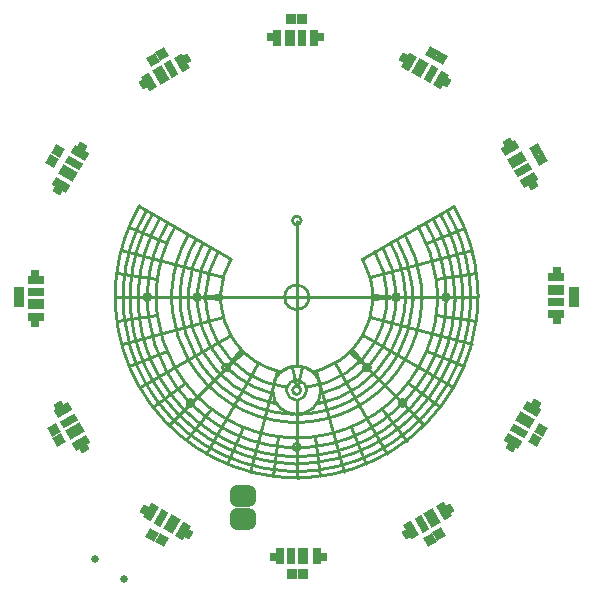
<source format=gts>
G04*
G04 #@! TF.GenerationSoftware,Altium Limited,Altium Designer,21.8.1 (53)*
G04*
G04 Layer_Color=8388736*
%FSLAX25Y25*%
%MOIN*%
G70*
G04*
G04 #@! TF.SameCoordinates,BB14BC4D-F75F-4C2B-B3D6-E291CF296C5C*
G04*
G04*
G04 #@! TF.FilePolarity,Negative*
G04*
G01*
G75*
%ADD11C,0.01000*%
G04:AMPARAMS|DCode=42|XSize=33.59mil|YSize=33.2mil|CornerRadius=0mil|HoleSize=0mil|Usage=FLASHONLY|Rotation=330.000|XOffset=0mil|YOffset=0mil|HoleType=Round|Shape=Rectangle|*
%AMROTATEDRECTD42*
4,1,4,-0.02284,-0.00598,-0.00625,0.02277,0.02284,0.00598,0.00625,-0.02277,-0.02284,-0.00598,0.0*
%
%ADD42ROTATEDRECTD42*%

%ADD43R,0.02965X0.05524*%
%ADD44R,0.03556X0.05524*%
%ADD45R,0.02572X0.05524*%
%ADD46R,0.02572X0.02965*%
G04:AMPARAMS|DCode=47|XSize=55.24mil|YSize=29.65mil|CornerRadius=0mil|HoleSize=0mil|Usage=FLASHONLY|Rotation=60.000|XOffset=0mil|YOffset=0mil|HoleType=Round|Shape=Rectangle|*
%AMROTATEDRECTD47*
4,1,4,-0.00097,-0.03134,-0.02665,-0.01651,0.00097,0.03134,0.02665,0.01651,-0.00097,-0.03134,0.0*
%
%ADD47ROTATEDRECTD47*%

%ADD48R,0.03359X0.03320*%
G04:AMPARAMS|DCode=49|XSize=33.59mil|YSize=33.2mil|CornerRadius=0mil|HoleSize=0mil|Usage=FLASHONLY|Rotation=210.000|XOffset=0mil|YOffset=0mil|HoleType=Round|Shape=Rectangle|*
%AMROTATEDRECTD49*
4,1,4,0.00625,0.02277,0.02284,-0.00598,-0.00625,-0.02277,-0.02284,0.00598,0.00625,0.02277,0.0*
%
%ADD49ROTATEDRECTD49*%

G04:AMPARAMS|DCode=50|XSize=33.59mil|YSize=33.2mil|CornerRadius=0mil|HoleSize=0mil|Usage=FLASHONLY|Rotation=300.000|XOffset=0mil|YOffset=0mil|HoleType=Round|Shape=Rectangle|*
%AMROTATEDRECTD50*
4,1,4,-0.02277,0.00625,0.00598,0.02284,0.02277,-0.00625,-0.00598,-0.02284,-0.02277,0.00625,0.0*
%
%ADD50ROTATEDRECTD50*%

%ADD51R,0.03320X0.03359*%
G04:AMPARAMS|DCode=52|XSize=33.59mil|YSize=33.2mil|CornerRadius=0mil|HoleSize=0mil|Usage=FLASHONLY|Rotation=240.000|XOffset=0mil|YOffset=0mil|HoleType=Round|Shape=Rectangle|*
%AMROTATEDRECTD52*
4,1,4,-0.00598,0.02284,0.02277,0.00625,0.00598,-0.02284,-0.02277,-0.00625,-0.00598,0.02284,0.0*
%
%ADD52ROTATEDRECTD52*%

G04:AMPARAMS|DCode=53|XSize=55.24mil|YSize=35.56mil|CornerRadius=0mil|HoleSize=0mil|Usage=FLASHONLY|Rotation=240.000|XOffset=0mil|YOffset=0mil|HoleType=Round|Shape=Rectangle|*
%AMROTATEDRECTD53*
4,1,4,-0.00159,0.03281,0.02921,0.01503,0.00159,-0.03281,-0.02921,-0.01503,-0.00159,0.03281,0.0*
%
%ADD53ROTATEDRECTD53*%

G04:AMPARAMS|DCode=54|XSize=55.24mil|YSize=25.72mil|CornerRadius=0mil|HoleSize=0mil|Usage=FLASHONLY|Rotation=240.000|XOffset=0mil|YOffset=0mil|HoleType=Round|Shape=Rectangle|*
%AMROTATEDRECTD54*
4,1,4,0.00267,0.03035,0.02495,0.01749,-0.00267,-0.03035,-0.02495,-0.01749,0.00267,0.03035,0.0*
%
%ADD54ROTATEDRECTD54*%

G04:AMPARAMS|DCode=55|XSize=29.65mil|YSize=25.72mil|CornerRadius=0mil|HoleSize=0mil|Usage=FLASHONLY|Rotation=240.000|XOffset=0mil|YOffset=0mil|HoleType=Round|Shape=Rectangle|*
%AMROTATEDRECTD55*
4,1,4,-0.00372,0.01927,0.01855,0.00641,0.00372,-0.01927,-0.01855,-0.00641,-0.00372,0.01927,0.0*
%
%ADD55ROTATEDRECTD55*%

G04:AMPARAMS|DCode=56|XSize=55.24mil|YSize=29.65mil|CornerRadius=0mil|HoleSize=0mil|Usage=FLASHONLY|Rotation=210.000|XOffset=0mil|YOffset=0mil|HoleType=Round|Shape=Rectangle|*
%AMROTATEDRECTD56*
4,1,4,0.01651,0.02665,0.03134,0.00097,-0.01651,-0.02665,-0.03134,-0.00097,0.01651,0.02665,0.0*
%
%ADD56ROTATEDRECTD56*%

G04:AMPARAMS|DCode=57|XSize=55.24mil|YSize=35.56mil|CornerRadius=0mil|HoleSize=0mil|Usage=FLASHONLY|Rotation=210.000|XOffset=0mil|YOffset=0mil|HoleType=Round|Shape=Rectangle|*
%AMROTATEDRECTD57*
4,1,4,0.01503,0.02921,0.03281,-0.00159,-0.01503,-0.02921,-0.03281,0.00159,0.01503,0.02921,0.0*
%
%ADD57ROTATEDRECTD57*%

G04:AMPARAMS|DCode=58|XSize=55.24mil|YSize=25.72mil|CornerRadius=0mil|HoleSize=0mil|Usage=FLASHONLY|Rotation=210.000|XOffset=0mil|YOffset=0mil|HoleType=Round|Shape=Rectangle|*
%AMROTATEDRECTD58*
4,1,4,0.01749,0.02495,0.03035,0.00267,-0.01749,-0.02495,-0.03035,-0.00267,0.01749,0.02495,0.0*
%
%ADD58ROTATEDRECTD58*%

G04:AMPARAMS|DCode=59|XSize=29.65mil|YSize=25.72mil|CornerRadius=0mil|HoleSize=0mil|Usage=FLASHONLY|Rotation=210.000|XOffset=0mil|YOffset=0mil|HoleType=Round|Shape=Rectangle|*
%AMROTATEDRECTD59*
4,1,4,0.00641,0.01855,0.01927,-0.00372,-0.00641,-0.01855,-0.01927,0.00372,0.00641,0.01855,0.0*
%
%ADD59ROTATEDRECTD59*%

%ADD60R,0.05524X0.02965*%
%ADD61R,0.05524X0.03556*%
%ADD62R,0.05524X0.02572*%
%ADD63R,0.02965X0.02572*%
G04:AMPARAMS|DCode=64|XSize=55.24mil|YSize=29.65mil|CornerRadius=0mil|HoleSize=0mil|Usage=FLASHONLY|Rotation=150.000|XOffset=0mil|YOffset=0mil|HoleType=Round|Shape=Rectangle|*
%AMROTATEDRECTD64*
4,1,4,0.03134,-0.00097,0.01651,-0.02665,-0.03134,0.00097,-0.01651,0.02665,0.03134,-0.00097,0.0*
%
%ADD64ROTATEDRECTD64*%

G04:AMPARAMS|DCode=65|XSize=55.24mil|YSize=35.56mil|CornerRadius=0mil|HoleSize=0mil|Usage=FLASHONLY|Rotation=150.000|XOffset=0mil|YOffset=0mil|HoleType=Round|Shape=Rectangle|*
%AMROTATEDRECTD65*
4,1,4,0.03281,0.00159,0.01503,-0.02921,-0.03281,-0.00159,-0.01503,0.02921,0.03281,0.00159,0.0*
%
%ADD65ROTATEDRECTD65*%

G04:AMPARAMS|DCode=66|XSize=55.24mil|YSize=25.72mil|CornerRadius=0mil|HoleSize=0mil|Usage=FLASHONLY|Rotation=150.000|XOffset=0mil|YOffset=0mil|HoleType=Round|Shape=Rectangle|*
%AMROTATEDRECTD66*
4,1,4,0.03035,-0.00267,0.01749,-0.02495,-0.03035,0.00267,-0.01749,0.02495,0.03035,-0.00267,0.0*
%
%ADD66ROTATEDRECTD66*%

G04:AMPARAMS|DCode=67|XSize=29.65mil|YSize=25.72mil|CornerRadius=0mil|HoleSize=0mil|Usage=FLASHONLY|Rotation=150.000|XOffset=0mil|YOffset=0mil|HoleType=Round|Shape=Rectangle|*
%AMROTATEDRECTD67*
4,1,4,0.01927,0.00372,0.00641,-0.01855,-0.01927,-0.00372,-0.00641,0.01855,0.01927,0.00372,0.0*
%
%ADD67ROTATEDRECTD67*%

G04:AMPARAMS|DCode=68|XSize=55.24mil|YSize=29.65mil|CornerRadius=0mil|HoleSize=0mil|Usage=FLASHONLY|Rotation=120.000|XOffset=0mil|YOffset=0mil|HoleType=Round|Shape=Rectangle|*
%AMROTATEDRECTD68*
4,1,4,0.02665,-0.01651,0.00097,-0.03134,-0.02665,0.01651,-0.00097,0.03134,0.02665,-0.01651,0.0*
%
%ADD68ROTATEDRECTD68*%

G04:AMPARAMS|DCode=69|XSize=55.24mil|YSize=35.56mil|CornerRadius=0mil|HoleSize=0mil|Usage=FLASHONLY|Rotation=120.000|XOffset=0mil|YOffset=0mil|HoleType=Round|Shape=Rectangle|*
%AMROTATEDRECTD69*
4,1,4,0.02921,-0.01503,-0.00159,-0.03281,-0.02921,0.01503,0.00159,0.03281,0.02921,-0.01503,0.0*
%
%ADD69ROTATEDRECTD69*%

G04:AMPARAMS|DCode=70|XSize=55.24mil|YSize=25.72mil|CornerRadius=0mil|HoleSize=0mil|Usage=FLASHONLY|Rotation=120.000|XOffset=0mil|YOffset=0mil|HoleType=Round|Shape=Rectangle|*
%AMROTATEDRECTD70*
4,1,4,0.02495,-0.01749,0.00267,-0.03035,-0.02495,0.01749,-0.00267,0.03035,0.02495,-0.01749,0.0*
%
%ADD70ROTATEDRECTD70*%

G04:AMPARAMS|DCode=71|XSize=29.65mil|YSize=25.72mil|CornerRadius=0mil|HoleSize=0mil|Usage=FLASHONLY|Rotation=120.000|XOffset=0mil|YOffset=0mil|HoleType=Round|Shape=Rectangle|*
%AMROTATEDRECTD71*
4,1,4,0.01855,-0.00641,-0.00372,-0.01927,-0.01855,0.00641,0.00372,0.01927,0.01855,-0.00641,0.0*
%
%ADD71ROTATEDRECTD71*%

%ADD72C,0.02572*%
G04:AMPARAMS|DCode=73|XSize=86.74mil|YSize=70.99mil|CornerRadius=19.75mil|HoleSize=0mil|Usage=FLASHONLY|Rotation=0.000|XOffset=0mil|YOffset=0mil|HoleType=Round|Shape=RoundedRectangle|*
%AMROUNDEDRECTD73*
21,1,0.08674,0.03150,0,0,0.0*
21,1,0.04724,0.07099,0,0,0.0*
1,1,0.03950,0.02362,-0.01575*
1,1,0.03950,-0.02362,-0.01575*
1,1,0.03950,-0.02362,0.01575*
1,1,0.03950,0.02362,0.01575*
%
%ADD73ROUNDEDRECTD73*%
D11*
X406144Y84659D02*
G03*
X410350Y84298I7307J60370D01*
G01*
X413431Y88964D02*
G03*
X416312Y89037I3J56328D01*
G01*
X413544Y86373D02*
G03*
X416555Y86450I3J58849D01*
G01*
X414158Y84222D02*
G03*
X417420Y84344I-664J61296D01*
G01*
X361087Y137722D02*
G03*
X367586Y117999I52009J6206D01*
G01*
X358397Y137780D02*
G03*
X365390Y116731I54679J6480D01*
G01*
X358159Y127335D02*
G03*
X363281Y115513I55033J16820D01*
G01*
X367009Y138816D02*
G03*
X372890Y121061I46239J5463D01*
G01*
X356041Y137437D02*
G03*
X358159Y127335I57191J6718D01*
G01*
X353174Y140486D02*
G03*
X361099Y114483I59940J4058D01*
G01*
X372154Y139435D02*
G03*
X377379Y123652I41119J4855D01*
G01*
X364099Y138143D02*
G03*
X370209Y119513I49115J5790D01*
G01*
X410878Y121012D02*
G03*
X410594Y120918I2684J-8545D01*
G01*
X412232Y121326D02*
G03*
X410878Y121012I1355J-8938D01*
G01*
X412454Y121356D02*
G03*
X412232Y121326I1105J-8797D01*
G01*
X416680Y120829D02*
G03*
X416488Y120900I-3173J-8255D01*
G01*
X361099Y114483D02*
G03*
X406144Y84659I52395J30206D01*
G01*
X379355Y109151D02*
G03*
X379355Y109151I-1205J0D01*
G01*
X412958Y121405D02*
G03*
X412806Y121394I573J-8581D01*
G01*
Y121394D02*
G03*
X412641Y121378I733J-8657D01*
G01*
X413458Y121424D02*
G03*
X411844Y121249I57J-8059D01*
G01*
X416842Y120765D02*
G03*
X416680Y120829I-3304J-8107D01*
G01*
X421525Y113414D02*
G03*
X421525Y113414I-8010J0D01*
G01*
X410201Y113572D02*
G03*
X410197Y113414I3374J-157D01*
G01*
X410218Y113792D02*
G03*
X410201Y113572I3322J-376D01*
G01*
X410197Y113414D02*
G03*
X410202Y113240I3375J-0D01*
G01*
X410202Y113240D02*
G03*
X410221Y113014I3335J173D01*
G01*
X363281Y115513D02*
G03*
X409766Y86494I50251J28754D01*
G01*
X365390Y116731D02*
G03*
X409824Y89079I48028J27650D01*
G01*
X387248Y129350D02*
G03*
X410333Y114354I26183J15040D01*
G01*
X372890Y121061D02*
G03*
X410490Y97623I40645J23325D01*
G01*
X382112Y126385D02*
G03*
X407042Y108699I31449J17917D01*
G01*
X367586Y117999D02*
G03*
X409866Y91448I45834J26047D01*
G01*
X370209Y119513D02*
G03*
X410117Y94374I43324J24531D01*
G01*
X377379Y123652D02*
G03*
X410781Y102797I36156J20733D01*
G01*
X379734Y125013D02*
G03*
X410768Y105501I33688J19145D01*
G01*
X410594Y120918D02*
G03*
X410392Y120844I2937J-8363D01*
G01*
X410392D02*
G03*
X410223Y120779I3108J-8204D01*
G01*
X410223Y120779D02*
G03*
X410079Y120719I3242J-8054D01*
G01*
X413916Y110120D02*
G03*
X416829Y113245I-401J3294D01*
G01*
X416488Y120900D02*
G03*
X415025Y121289I-3043J-8506D01*
G01*
X410419Y114610D02*
G03*
X410218Y113792I3077J-1187D01*
G01*
X411502Y116052D02*
G03*
X410419Y114610I2018J-2642D01*
G01*
X410221Y113014D02*
G03*
X413346Y110100I3294J401D01*
G01*
X415457Y105463D02*
G03*
X418129Y105693I-2003J38930D01*
G01*
X415709Y102762D02*
G03*
X418610Y103012I-2140J41874D01*
G01*
X410768Y105501D02*
G03*
X412912Y105414I2658J39185D01*
G01*
X410781Y102797D02*
G03*
X413034Y102710I2757J42165D01*
G01*
X409824Y89079D02*
G03*
X412816Y88967I3600J56084D01*
G01*
X410117Y94374D02*
G03*
X412876Y94263I3420J50346D01*
G01*
X409766Y86494D02*
G03*
X412899Y86376I3770J58587D01*
G01*
X409866Y91448D02*
G03*
X412784Y91333I3558J53322D01*
G01*
X410490Y97623D02*
G03*
X413023Y97528I3048J47417D01*
G01*
X416144Y94325D02*
G03*
X419575Y94620I-2571J50023D01*
G01*
X415978Y97587D02*
G03*
X419239Y97868I-2406J47081D01*
G01*
X416186Y91400D02*
G03*
X419821Y91713I-2723J52965D01*
G01*
X416555Y86450D02*
G03*
X420590Y86797I-2976J58166D01*
G01*
X416312Y89037D02*
G03*
X420172Y89370I-2847J55676D01*
G01*
X410350Y84298D02*
G03*
X413487Y84218I3135J61362D01*
G01*
X416810Y113810D02*
G03*
X414685Y116520I-3296J-397D01*
G01*
X416829Y113586D02*
G03*
X416810Y113810I-3336J-169D01*
G01*
X416834Y113414D02*
G03*
X416829Y113586I-3374J0D01*
G01*
X412823Y116659D02*
G03*
X411502Y116052I683J-3227D01*
G01*
X416829Y113245D02*
G03*
X416834Y113414I-3371J169D01*
G01*
X418881Y119558D02*
G03*
X420123Y119846I-4955J24212D01*
G01*
X414527Y121363D02*
G03*
X414345Y121383I-1041J-8691D01*
G01*
X415188Y121249D02*
G03*
X413458Y121424I-1676J-7923D01*
G01*
X414744Y121334D02*
G03*
X414527Y121363I-1268J-8751D01*
G01*
X412641Y121378D02*
G03*
X412454Y121356I906J-8730D01*
G01*
X414345Y121383D02*
G03*
X414180Y121397I-850J-8623D01*
G01*
X415025Y121289D02*
G03*
X414744Y121334I-1562J-8796D01*
G01*
X363753Y144049D02*
G03*
X363816Y141522I50614J-2D01*
G01*
X358008Y144387D02*
G03*
X358078Y141564I56336J-2D01*
G01*
X355715Y141340D02*
G03*
X356041Y137437I58189J2901D01*
G01*
X366682Y144387D02*
G03*
X366741Y142007I47644J-2D01*
G01*
X360711Y144049D02*
G03*
X360778Y141365I53586J-2D01*
G01*
X360778D02*
G03*
X361087Y137722I52975J2653D01*
G01*
X363816Y141522D02*
G03*
X364099Y138143I50037J2499D01*
G01*
X366741Y142007D02*
G03*
X367009Y138816I47100J2353D01*
G01*
X358078Y141564D02*
G03*
X358397Y137780I55693J2791D01*
G01*
X355772Y148189D02*
G03*
X355647Y145069I58561J-3906D01*
G01*
X358012Y145116D02*
G03*
X358008Y144387I56555J-729D01*
G01*
X353453Y151846D02*
G03*
X353108Y147732I60399J-7137D01*
G01*
X366687Y145131D02*
G03*
X366682Y144387I47813J-743D01*
G01*
X363757Y144683D02*
G03*
X363753Y144049I50808J-634D01*
G01*
X364890Y144387D02*
G03*
X364890Y144387I-1172J0D01*
G01*
X366798Y147723D02*
G03*
X366687Y145131I47366J-3329D01*
G01*
X360815Y147389D02*
G03*
X360714Y144576I53380J-3334D01*
G01*
X360714D02*
G03*
X360711Y144049I53827J-526D01*
G01*
X363863Y147389D02*
G03*
X363757Y144683I50361J-3333D01*
G01*
X358132Y148129D02*
G03*
X358012Y145116I56054J-3734D01*
G01*
X353108Y147732D02*
G03*
X353032Y144673I61367J-3056D01*
G01*
X353038Y143784D02*
G03*
X353174Y140486I61260J880D01*
G01*
X353032Y144673D02*
G03*
X353038Y143784I61693J-0D01*
G01*
X355642Y144275D02*
G03*
X355715Y141340I58860J-3D01*
G01*
X355647Y145069D02*
G03*
X355642Y144275I59086J-794D01*
G01*
X416692Y114372D02*
G03*
X439642Y129399I-3262J30020D01*
G01*
X417420Y84344D02*
G03*
X465876Y114483I-3918J60322D01*
G01*
X451911Y148771D02*
G03*
X446863Y163770I-38236J-4520D01*
G01*
X446605Y146361D02*
G03*
X442167Y161058I-32873J-1908D01*
G01*
X443559Y146344D02*
G03*
X439544Y159544I-29941J-1895D01*
G01*
X449703Y144554D02*
G03*
X449639Y146459I-36693J-276D01*
G01*
X443619Y144702D02*
G03*
X443559Y146344I-30597J-311D01*
G01*
X446662Y144606D02*
G03*
X446605Y146361I-33607J-216D01*
G01*
X449639Y146459D02*
G03*
X444752Y162551I-35887J-2111D01*
G01*
X454939Y149287D02*
G03*
X449582Y165339I-41122J-4803D01*
G01*
X447857Y144387D02*
G03*
X447857Y144387I-1194J0D01*
G01*
X371971Y147401D02*
G03*
X371869Y145095I42115J-3006D01*
G01*
X417599Y144387D02*
G03*
X417599Y144387I-4055J0D01*
G01*
X415008Y169959D02*
G03*
X415008Y169959I-1464J0D01*
G01*
X438109Y150655D02*
G03*
X435434Y157171I-24383J-6205D01*
G01*
X438722Y147324D02*
G03*
X438109Y150655I-25074J-2888D01*
G01*
X438859Y145653D02*
G03*
X438722Y147324I-25485J-1251D01*
G01*
X438955Y144500D02*
G03*
X438944Y145233I-25647J-0D01*
G01*
X438890Y144387D02*
G03*
X438859Y145653I-25778J1D01*
G01*
X370599Y169262D02*
G03*
X363863Y147389I42640J-25107D01*
G01*
X365489Y172212D02*
G03*
X358132Y148129I47604J-27707D01*
G01*
X372988Y167883D02*
G03*
X366798Y147723I40272J-23394D01*
G01*
X361149Y174948D02*
G03*
X353453Y151846I51938J-30135D01*
G01*
X367977Y170775D02*
G03*
X360815Y147389I45150J-26617D01*
G01*
X377477Y165291D02*
G03*
X371971Y147400I35803J-20812D01*
G01*
X363475Y173374D02*
G03*
X355772Y148189I49711J-28976D01*
G01*
X380027Y163818D02*
G03*
X374758Y146640I33185J-19577D01*
G01*
X374758D02*
G03*
X374681Y144549I39224J-2473D01*
G01*
X374680Y144162D02*
G03*
X374728Y142210I39397J-2D01*
G01*
X374681Y144549D02*
G03*
X374680Y144162I39552J-387D01*
G01*
X384892Y161010D02*
G03*
X380498Y146605I28452J-16553D01*
G01*
X387346Y159593D02*
G03*
X383308Y146417I25891J-15141D01*
G01*
X382307Y162503D02*
G03*
X377464Y146708I31016J-18151D01*
G01*
X374728Y142210D02*
G03*
X374946Y139592I38949J1930D01*
G01*
X371863Y144387D02*
G03*
X371916Y142271I42376J-2D01*
G01*
X371916Y142271D02*
G03*
X372154Y139435I41893J2092D01*
G01*
X371869Y145095D02*
G03*
X371863Y144387I42520J-707D01*
G01*
X412533Y112562D02*
G03*
X412571Y112513I1086J803D01*
G01*
X412973Y112183D02*
G03*
X413025Y112158I555J1071D01*
G01*
X412647Y112427D02*
G03*
X412684Y112390I941J911D01*
G01*
X412609Y112468D02*
G03*
X412647Y112427I989J879D01*
G01*
X412571Y112513D02*
G03*
X412609Y112468I1037J844D01*
G01*
X412926Y112209D02*
G03*
X412973Y112183I607J1056D01*
G01*
X412882Y112235D02*
G03*
X412926Y112209I658J1041D01*
G01*
X412841Y112263D02*
G03*
X412882Y112235I706J1024D01*
G01*
X412800Y112292D02*
G03*
X412841Y112263I754J1006D01*
G01*
X412684Y112390D02*
G03*
X412723Y112355I895J938D01*
G01*
X412723Y112355D02*
G03*
X412761Y112322I848J964D01*
G01*
D02*
G03*
X412800Y112292I801J986D01*
G01*
X414774Y113414D02*
G03*
X414774Y113444I-1507J0D01*
G01*
X414773Y113345D02*
G03*
X414774Y113414I-1500J69D01*
G01*
X414767Y113269D02*
G03*
X414773Y113345I-1480J144D01*
G01*
X414756Y113185D02*
G03*
X414767Y113269I-1454J228D01*
G01*
X414750Y113683D02*
G03*
X414728Y113781I-1427J-263D01*
G01*
X414771Y113514D02*
G03*
X414763Y113594I-1477J-99D01*
G01*
X414774Y113444D02*
G03*
X414771Y113514I-1495J-29D01*
G01*
X414728Y113781D02*
G03*
X414698Y113883I-1391J-357D01*
G01*
D02*
G03*
X414662Y113979I-1347J-454D01*
G01*
X414763Y113594D02*
G03*
X414750Y113683I-1455J-177D01*
G01*
X414558Y112650D02*
G03*
X414599Y112720I-1175J734D01*
G01*
X414480Y112538D02*
G03*
X414519Y112591I-1074J831D01*
G01*
X414599Y112720D02*
G03*
X414639Y112799I-1228J672D01*
G01*
X414442Y112491D02*
G03*
X414480Y112538I-1025J870D01*
G01*
X414404Y112449D02*
G03*
X414442Y112491I-977J904D01*
G01*
X414329Y112373D02*
G03*
X414367Y112409I-882J960D01*
G01*
D02*
G03*
X414404Y112449I-929J934D01*
G01*
X414519Y112591D02*
G03*
X414558Y112650I-1124J787D01*
G01*
X414712Y112989D02*
G03*
X414739Y113091I-1381J417D01*
G01*
X414639Y112799D02*
G03*
X414678Y112890I-1281J598D01*
G01*
X414739Y113091D02*
G03*
X414756Y113185I-1422J319D01*
G01*
X414678Y112890D02*
G03*
X414712Y112989I-1333J513D01*
G01*
X412621Y114374D02*
G03*
X412585Y114332I982J-898D01*
G01*
X412546Y114285D02*
G03*
X412508Y114233I1078J-826D01*
G01*
X412658Y114413D02*
G03*
X412621Y114374I935J-928D01*
G01*
X412733Y114482D02*
G03*
X412695Y114449I843J-978D01*
G01*
X412585Y114332D02*
G03*
X412546Y114285I1029J-865D01*
G01*
X412695Y114449D02*
G03*
X412658Y114413I889J-955D01*
G01*
X412770Y114513D02*
G03*
X412733Y114482I797J-999D01*
G01*
X414253Y112309D02*
G03*
X414291Y112340I-789J1005D01*
G01*
X414215Y112280D02*
G03*
X414253Y112309I-742J1024D01*
G01*
X414174Y112252D02*
G03*
X414215Y112280I-694J1042D01*
G01*
X414132Y112225D02*
G03*
X414174Y112252I-645J1058D01*
G01*
X414087Y112199D02*
G03*
X414132Y112225I-594J1073D01*
G01*
X414040Y112174D02*
G03*
X414087Y112199I-540J1087D01*
G01*
X413986Y112149D02*
G03*
X414040Y112174I-481J1101D01*
G01*
X413923Y112124D02*
G03*
X413986Y112149I-413J1115D01*
G01*
X413086Y112132D02*
G03*
X413445Y112053I429J1089D01*
G01*
X413534Y112051D02*
G03*
X413834Y112094I-18J1169D01*
G01*
X413834Y112094D02*
G03*
X413923Y112124I-320J1133D01*
G01*
X413025Y112158D02*
G03*
X413086Y112132I497J1085D01*
G01*
X413445Y112053D02*
G03*
X413516Y112050I70J1179D01*
G01*
X414291Y112340D02*
G03*
X414329Y112373I-836J984D01*
G01*
X414502Y114261D02*
G03*
X414464Y114311I-1090J-798D01*
G01*
X414541Y114205D02*
G03*
X414502Y114261I-1140J-750D01*
G01*
X414315Y114468D02*
G03*
X414277Y114500I-855J-958D01*
G01*
X414352Y114434D02*
G03*
X414315Y114468I-900J-934D01*
G01*
X414388Y114397D02*
G03*
X414352Y114434I-946J-907D01*
G01*
X414426Y114356D02*
G03*
X414388Y114397I-993J-875D01*
G01*
X414581Y114140D02*
G03*
X414541Y114205I-1192J-693D01*
G01*
X414662Y113979D02*
G03*
X414622Y114065I-1297J-545D01*
G01*
X414622D02*
G03*
X414581Y114140I-1245J-625D01*
G01*
X414464Y114311D02*
G03*
X414426Y114356I-1041J-839D01*
G01*
X430005Y125044D02*
G03*
X430955Y125908I-16506J19081D01*
G01*
X420172Y89370D02*
G03*
X461501Y116779I-6749J55040D01*
G01*
X421436Y112215D02*
G03*
X442265Y127885I-7930J32219D01*
G01*
X418129Y105693D02*
G03*
X447156Y125061I-4703J38483D01*
G01*
X419982Y108688D02*
G03*
X444948Y126336I-6455J35616D01*
G01*
X418610Y103012D02*
G03*
X449681Y123603I-5070J41386D01*
G01*
X419239Y97868D02*
G03*
X454170Y121013I-5700J46533D01*
G01*
X419575Y94620D02*
G03*
X456851Y119465I-6034J49439D01*
G01*
X420590Y86797D02*
G03*
X463780Y115463I-7053J57495D01*
G01*
X419821Y91713D02*
G03*
X459304Y118048I-6395J52354D01*
G01*
X449974Y109128D02*
G03*
X449974Y109128I-1172J0D01*
G01*
X430955Y125908D02*
G03*
X431802Y126760I-17634J18403D01*
G01*
X438944Y143767D02*
G03*
X438955Y144500I-25655J733D01*
G01*
X443398Y140698D02*
G03*
X443581Y142826I-30131J3672D01*
G01*
X443581D02*
G03*
X443621Y144387I-30626J1560D01*
G01*
X438884Y143824D02*
G03*
X438890Y144387I-25841J563D01*
G01*
X452092Y141497D02*
G03*
X452179Y143642I-39180J2660D01*
G01*
X446620Y142685D02*
G03*
X446663Y144387I-33609J1701D01*
G01*
X449658Y142426D02*
G03*
X449704Y144275I-36701J1848D01*
G01*
X435532Y131773D02*
G03*
X438812Y142381I-21816J12556D01*
G01*
X446422Y140375D02*
G03*
X446620Y142685I-33069J3993D01*
G01*
X447156Y125061D02*
G03*
X452092Y141497I-33500J19020D01*
G01*
X449444Y139916D02*
G03*
X449658Y142426I-36113J4338D01*
G01*
X444948Y126336D02*
G03*
X449444Y139916I-31181J17857D01*
G01*
X463203Y140407D02*
G03*
X463328Y143193I-50292J3634D01*
G01*
X442265Y127885D02*
G03*
X446422Y140375I-28517J16429D01*
G01*
X431530Y126517D02*
G03*
X432041Y127042I-18149J18148D01*
G01*
X431802Y126760D02*
G03*
X432582Y127619I-18669J17730D01*
G01*
X434669Y130373D02*
G03*
X435293Y131367I-22383J14759D01*
G01*
X431004Y126006D02*
G03*
X431530Y126517I-17616J18653D01*
G01*
X432582Y127619D02*
G03*
X433325Y128515I-19648J17043D01*
G01*
D02*
G03*
X434016Y129428I-20599J16312D01*
G01*
D02*
G03*
X434669Y130373I-21506J15556D01*
G01*
X438169Y120956D02*
G03*
X438169Y120956I-1194J0D01*
G01*
X466018Y140281D02*
G03*
X466144Y143172I-53284J3760D01*
G01*
X438812Y142381D02*
G03*
X438884Y143824I-25570J2000D01*
G01*
X460306Y141296D02*
G03*
X460403Y143852I-47415J3085D01*
G01*
X456851Y119465D02*
G03*
X463203Y140407I-42992J24476D01*
G01*
X449681Y123603D02*
G03*
X455120Y141416I-35877J20692D01*
G01*
X459304Y118048D02*
G03*
X466018Y140281I-45555J25888D01*
G01*
X454170Y121013D02*
G03*
X460306Y141296I-40356J23278D01*
G01*
X455120Y141416D02*
G03*
X455218Y143685I-42130J2964D01*
G01*
X439642Y129399D02*
G03*
X443398Y140698I-26013J14920D01*
G01*
X422096Y120447D02*
G03*
X427597Y123204I-8070J22966D01*
G01*
X420123Y119846D02*
G03*
X422096Y120447I-6131J23673D01*
G01*
X428930Y124165D02*
G03*
X430005Y125044I-15263J19766D01*
G01*
X427597Y123204D02*
G03*
X428930Y124165I-13776J20526D01*
G01*
X413798Y114743D02*
G03*
X413776Y114748I-297J-1192D01*
G01*
X413905Y114711D02*
G03*
X413799Y114743I-387J-1104D01*
G01*
X413777Y114748D02*
G03*
X413755Y114753I-273J-1185D01*
G01*
X413799Y114743D02*
G03*
X413777Y114748I-298J-1192D01*
G01*
X413731Y114758D02*
G03*
X413706Y114762I-222J-1171D01*
G01*
X413753Y114753D02*
G03*
X413729Y114758I-246J-1178D01*
G01*
Y114758D02*
G03*
X413703Y114763I-220J-1171D01*
G01*
X413755Y114753D02*
G03*
X413731Y114758I-248J-1178D01*
G01*
X413706Y114762D02*
G03*
X413679Y114767I-195J-1164D01*
G01*
X413703Y114763D02*
G03*
X413676Y114767I-192J-1163D01*
G01*
X413571Y114777D02*
G03*
X413516Y114778I-56J-1131D01*
G01*
X413516D02*
G03*
X413460Y114777I0J-1132D01*
G01*
X413577Y114777D02*
G03*
X413525Y114778I-61J-1132D01*
G01*
X413506D02*
G03*
X413454Y114777I10J-1134D01*
G01*
D02*
G03*
X413415Y114774I62J-1144D01*
G01*
X413649Y114770D02*
G03*
X413616Y114774I-135J-1149D01*
G01*
X413276Y114753D02*
G03*
X413254Y114748I250J-1190D01*
G01*
X413646Y114771D02*
G03*
X413612Y114774I-132J-1148D01*
G01*
X413616Y114774D02*
G03*
X413577Y114777I-101J-1141D01*
G01*
X413679Y114767D02*
G03*
X413649Y114770I-166J-1156D01*
G01*
X413083Y114695D02*
G03*
X413025Y114670I437J-1107D01*
G01*
X413690Y110101D02*
G03*
X413916Y110120I-173J3335D01*
G01*
X413516Y110096D02*
G03*
X413690Y110101I0J3375D01*
G01*
X413346Y110100D02*
G03*
X413516Y110096I169J3371D01*
G01*
X413460Y114777D02*
G03*
X413419Y114774I56J-1142D01*
G01*
X413612D02*
G03*
X413571Y114777I-97J-1140D01*
G01*
X413352Y114767D02*
G03*
X413325Y114762I168J-1168D01*
G01*
X414026Y114661D02*
G03*
X413972Y114685I-518J-1077D01*
G01*
X414119Y114611D02*
G03*
X414075Y114636I-622J-1049D01*
G01*
X412335Y112941D02*
G03*
X412371Y112845I1345J459D01*
G01*
X412304Y113043D02*
G03*
X412335Y112941I1389J362D01*
G01*
X412257Y113383D02*
G03*
X412260Y113311I1495J31D01*
G01*
X412258Y113482D02*
G03*
X412257Y113414I1501J-68D01*
G01*
X412264Y113556D02*
G03*
X412258Y113482I1481J-141D01*
G01*
X412274Y113641D02*
G03*
X412264Y113556I1455J-224D01*
G01*
X412257Y113414D02*
G03*
X412257Y113383I1507J-0D01*
G01*
X412318Y113834D02*
G03*
X412292Y113734I1383J-412D01*
G01*
X412351Y113932D02*
G03*
X412318Y113834I1336J-506D01*
G01*
X412389Y114023D02*
G03*
X412351Y113932I1284J-592D01*
G01*
X412469Y114172D02*
G03*
X412429Y114103I1179J-728D01*
G01*
X412508Y114233D02*
G03*
X412469Y114172I1128J-781D01*
G01*
X412429Y114103D02*
G03*
X412389Y114023I1232J-666D01*
G01*
X412292Y113734D02*
G03*
X412274Y113641I1423J-315D01*
G01*
X412282Y113142D02*
G03*
X412304Y113043I1425J267D01*
G01*
X414693Y94427D02*
G03*
X414693Y94427I-1205J0D01*
G01*
X413544Y97525D02*
G03*
X415978Y97587I2J47634D01*
G01*
X413544Y94258D02*
G03*
X416144Y94325I2J50609D01*
G01*
X413431Y91329D02*
G03*
X416186Y91400I2J53586D01*
G01*
X413544Y102707D02*
G03*
X415709Y102762I2J42365D01*
G01*
X413431Y105411D02*
G03*
X415457Y105463I2J39386D01*
G01*
X412929Y114621D02*
G03*
X412887Y114596I608J-1066D01*
G01*
X412887Y114596D02*
G03*
X412847Y114570I657J-1051D01*
G01*
X412974Y114646D02*
G03*
X412929Y114621I557J-1080D01*
G01*
X413025Y114670D02*
G03*
X412974Y114646I501J-1093D01*
G01*
X412808Y114542D02*
G03*
X412770Y114513I751J-1018D01*
G01*
X412847Y114570D02*
G03*
X412808Y114542I704J-1035D01*
G01*
X412412Y112758D02*
G03*
X412453Y112684I1242J630D01*
G01*
X412371Y112845D02*
G03*
X412412Y112758I1295J550D01*
G01*
X412493Y112619D02*
G03*
X412533Y112562I1137J754D01*
G01*
X412453Y112684D02*
G03*
X412493Y112619I1189J697D01*
G01*
X412268Y113232D02*
G03*
X412282Y113142I1454J179D01*
G01*
X412260Y113311D02*
G03*
X412268Y113232I1476J102D01*
G01*
X413776Y114748D02*
G03*
X413753Y114753I-272J-1185D01*
G01*
X413676Y114767D02*
G03*
X413646Y114771I-163J-1156D01*
G01*
X413325Y114762D02*
G03*
X413300Y114758I197J-1176D01*
G01*
D02*
G03*
X413276Y114753I224J-1183D01*
G01*
X413278Y114753D02*
G03*
X413255Y114748I249J-1190D01*
G01*
D02*
G03*
X413233Y114743I275J-1197D01*
G01*
X413254Y114748D02*
G03*
X413232Y114743I276J-1197D01*
G01*
X413382Y114770D02*
G03*
X413352Y114767I137J-1160D01*
G01*
X413415Y114774D02*
G03*
X413382Y114770I102J-1152D01*
G01*
X413419Y114774D02*
G03*
X413385Y114771I98J-1151D01*
G01*
Y114771D02*
G03*
X413355Y114767I133J-1160D01*
G01*
X413355Y114767D02*
G03*
X413328Y114763I165J-1168D01*
G01*
X413328D02*
G03*
X413302Y114758I194J-1175D01*
G01*
Y114758D02*
G03*
X413278Y114753I222J-1182D01*
G01*
X413232Y114743D02*
G03*
X413156Y114721I281J-1134D01*
G01*
Y114721D02*
G03*
X413083Y114695I360J-1122D01*
G01*
X413972Y114685D02*
G03*
X413905Y114711I-458J-1090D01*
G01*
X414161Y114585D02*
G03*
X414119Y114611I-671J-1034D01*
G01*
X414201Y114558D02*
G03*
X414161Y114585I-717J-1018D01*
G01*
X414240Y114530D02*
G03*
X414201Y114558I-763J-1000D01*
G01*
X414075Y114636D02*
G03*
X414026Y114661I-571J-1063D01*
G01*
X414277Y114500D02*
G03*
X414240Y114530I-808J-980D01*
G01*
X414685Y116520D02*
G03*
X414209Y116659I-1159J-3080D01*
G01*
X412941Y116682D02*
G03*
X412823Y116659I563J-3181D01*
G01*
X413091Y116705D02*
G03*
X412941Y116682I418J-3235D01*
G01*
X414209Y116659D02*
G03*
X413597Y116732I-691J-3222D01*
G01*
X413516Y116733D02*
G03*
X413276Y116724I-0J-3328D01*
G01*
D02*
G03*
X413091Y116705I237J-3286D01*
G01*
X413597Y116732D02*
G03*
X413516Y116733I-82J-3360D01*
G01*
X384794Y127934D02*
G03*
X405594Y112230I28784J16499D01*
G01*
X407537Y119704D02*
G03*
X408161Y119567I5638J24131D01*
G01*
X391183Y120956D02*
G03*
X391183Y120956I-1183J0D01*
G01*
X398792Y123689D02*
G03*
X400373Y122638I14394J19927D01*
G01*
Y122638D02*
G03*
X407537Y119704I12690J20776D01*
G01*
X383241Y144387D02*
G03*
X383280Y142836I30679J-1D01*
G01*
D02*
G03*
X383458Y140748I30328J1533D01*
G01*
X380662Y140406D02*
G03*
X384794Y127934I32670J3905D01*
G01*
X383458Y140748D02*
G03*
X387248Y129350I29768J3569D01*
G01*
X383308Y146417D02*
G03*
X383243Y144786I30528J-2025D01*
G01*
X380427Y144805D02*
G03*
X380425Y144387I33796J-417D01*
G01*
X380498Y146605D02*
G03*
X380427Y144805I33499J-2213D01*
G01*
X383243Y144786D02*
G03*
X383241Y144387I30801J-398D01*
G01*
X391527Y131821D02*
G03*
X392145Y130795I23372J13366D01*
G01*
X388197Y144387D02*
G03*
X388229Y143106I25760J-1D01*
G01*
X388375Y141374D02*
G03*
X391527Y131821I25003J2955D01*
G01*
X388199Y144679D02*
G03*
X388197Y144387I25864J-292D01*
G01*
X388208Y145233D02*
G03*
X388197Y144500I25636J-733D01*
G01*
X388250Y146032D02*
G03*
X388199Y144679I25644J-1641D01*
G01*
X388197Y144500D02*
G03*
X388208Y143767I25665J-0D01*
G01*
X388229Y143106D02*
G03*
X388375Y141374I25467J1267D01*
G01*
X391625Y157122D02*
G03*
X388250Y146032I21761J-12682D01*
G01*
X392145Y130795D02*
G03*
X392781Y129835I22524J14246D01*
G01*
X394904Y127168D02*
G03*
X395719Y126312I18943J17220D01*
G01*
X394155Y128029D02*
G03*
X394904Y127168I19884J16533D01*
G01*
X392781Y129835D02*
G03*
X393443Y128925I21669J15054D01*
G01*
D02*
G03*
X394155Y128029I20797J15805D01*
G01*
X394999Y127042D02*
G03*
X395509Y126517I18659J17622D01*
G01*
X396602Y125468D02*
G03*
X397606Y124601I16892J18550D01*
G01*
X395719Y126312D02*
G03*
X396602Y125468I17946J17894D01*
G01*
X395509Y126517D02*
G03*
X396035Y126006I18142J18142D01*
G01*
X397606Y124601D02*
G03*
X398792Y123689I15727J19221D01*
G01*
X377464Y146708D02*
G03*
X377386Y144753I36576J-2428D01*
G01*
X377386D02*
G03*
X377383Y144275I36903J-478D01*
G01*
X377383D02*
G03*
X377428Y142450I36759J-2D01*
G01*
X378990Y133581D02*
G03*
X382112Y126385I34334J10618D01*
G01*
X374946Y139592D02*
G03*
X379734Y125013I38228J4479D01*
G01*
X377428Y142450D02*
G03*
X377633Y140005I36342J1804D01*
G01*
X377633D02*
G03*
X378990Y133582I35716J4195D01*
G01*
X380425Y144387D02*
G03*
X380467Y142691I33663J-1D01*
G01*
X381461Y144387D02*
G03*
X381461Y144387I-1149J0D01*
G01*
X380467Y142691D02*
G03*
X380662Y140406I33278J1677D01*
G01*
X471320Y140435D02*
G03*
X471441Y143583I-58572J3832D01*
G01*
X463780Y115463D02*
G03*
X471320Y140435I-49898J28692D01*
G01*
X473810Y148717D02*
G03*
X465926Y174775I-59951J-3918D01*
G01*
X468855Y144387D02*
G03*
X468785Y147194I-56327J2D01*
G01*
X466151Y144049D02*
G03*
X466083Y146749I-53585J2D01*
G01*
X473867Y141624D02*
G03*
X473943Y144673I-61390J3047D01*
G01*
X464394Y144387D02*
G03*
X464394Y144387I-1138J0D01*
G01*
X471446Y144275D02*
G03*
X471373Y147191I-58860J2D01*
G01*
X461501Y116779D02*
G03*
X468748Y140916I-47767J27498D01*
G01*
X463335Y144049D02*
G03*
X463270Y146606I-50606J2D01*
G01*
X465876Y114483D02*
G03*
X471491Y127576I-52024J30063D01*
G01*
X473528Y137555D02*
G03*
X473867Y141624I-60426J7083D01*
G01*
X468748Y140916D02*
G03*
X468853Y143905I-56109J3466D01*
G01*
X452182Y144162D02*
G03*
X452134Y146125I-39393J2D01*
G01*
X460406Y144387D02*
G03*
X460346Y146767I-47640J2D01*
G01*
X452134Y146125D02*
G03*
X451911Y148771I-38945J-1940D01*
G01*
X460077Y149967D02*
G03*
X454072Y167931I-46237J-5472D01*
G01*
X460346Y146767D02*
G03*
X460077Y149967I-47096J-2353D01*
G01*
X455172Y146483D02*
G03*
X454939Y149287I-41892J-2072D01*
G01*
X455224Y144387D02*
G03*
X455172Y146483I-42372J2D01*
G01*
X471373Y147191D02*
G03*
X471048Y151092I-58191J-2883D01*
G01*
X468785Y147194D02*
G03*
X468464Y150998I-55685J-2775D01*
G01*
X462978Y150043D02*
G03*
X456460Y169310I-49111J-5878D01*
G01*
X468464Y150998D02*
G03*
X461402Y172163I-54682J-6485D01*
G01*
X466083Y146749D02*
G03*
X465772Y150406I-52971J-2668D01*
G01*
Y150406D02*
G03*
X458913Y170727I-52015J-6237D01*
G01*
X463270Y146606D02*
G03*
X462978Y150043I-50027J-2528D01*
G01*
X473938Y145429D02*
G03*
X473810Y148717I-61269J-747D01*
G01*
X471491Y127576D02*
G03*
X473528Y137555I-57698J16974D01*
G01*
X471048Y151092D02*
G03*
X463584Y173423I-57130J-6684D01*
G01*
X355034Y160162D02*
X389080Y151040D01*
X405620Y84740D02*
X407357Y97931D01*
X413487Y84218D02*
X414158Y84222D01*
X413487Y84176D02*
X413544Y110086D01*
X357726Y121403D02*
X370189Y126565D01*
X353558Y136610D02*
X367062Y138389D01*
X397935Y86151D02*
X406955Y119906D01*
X390413Y88795D02*
X395517Y101118D01*
X376794Y96680D02*
X384925Y107276D01*
X365611Y107763D02*
X376288Y115956D01*
X413511Y121407D02*
X413527Y144500D01*
X420098Y119896D02*
X429175Y86047D01*
X409127Y120242D02*
X409201Y120285D01*
X409055Y120199D02*
X409127Y120242D01*
X409280Y120329D02*
X409359Y120373D01*
X409201Y120285D02*
X409280Y120329D01*
X409445Y120419D02*
X409536Y120466D01*
X409628Y120512D01*
X409726Y120560D01*
X409836Y120611D01*
X409359Y120373D02*
X409445Y120419D01*
X355135Y128865D02*
X389023Y137945D01*
X361218Y114322D02*
X391527Y131821D01*
X383342Y92287D02*
X400778Y122487D01*
X370849Y101862D02*
X395537Y126549D01*
X417329Y120548D02*
X417427Y120500D01*
X417519Y120454D01*
X417605Y120408D01*
X417225Y120598D02*
X417329Y120548D01*
X409951Y120663D02*
X410079Y120719D01*
X409836Y120611D02*
X409951Y120663D01*
X417605Y120408D02*
X417691Y120363D01*
X417771Y120318D01*
X417845Y120276D01*
X417918Y120234D01*
X417991Y120190D01*
X418059Y120149D02*
X418125Y120107D01*
X418248Y120028D02*
X418308Y119988D01*
X418368Y119947D01*
X418187Y120068D02*
X418248Y120028D01*
X418368Y119947D02*
X418423Y119909D01*
X418125Y120107D02*
X418187Y120068D01*
X417991Y120190D02*
X418059Y120149D01*
X418423Y119909D02*
X418477Y119871D01*
X417109Y120650D02*
X417225Y120598D01*
X411844Y121249D02*
X412823Y116659D01*
X416982Y120706D02*
X417109Y120650D01*
X416842Y120765D02*
X416982Y120706D01*
X414209Y116659D02*
X415188Y121249D01*
X412816Y88967D02*
X413431Y88964D01*
X412899Y86376D02*
X413544Y86373D01*
X418477Y119871D02*
X418531Y119832D01*
X418689Y119712D02*
X418737Y119675D01*
X418584Y119792D02*
X418637Y119753D01*
X418531Y119832D02*
X418584Y119792D01*
X418637Y119753D02*
X418689Y119712D01*
X418737Y119675D02*
X418784Y119638D01*
X418831Y119600D01*
X418877Y119562D01*
X418881Y119558D01*
X413892Y121415D02*
X414033Y121408D01*
X413639Y121423D02*
X413762Y121420D01*
X413892Y121415D01*
X414033Y121408D02*
X414180Y121397D01*
X413516Y121424D02*
X413639Y121423D01*
X413469Y121424D02*
X413516Y121424D01*
X413099Y121413D02*
X413228Y121419D01*
X412958Y121405D02*
X413099Y121413D01*
X413228Y121419D02*
X413351Y121422D01*
X413469Y121424D01*
X353051Y144500D02*
X473924D01*
X438056Y137917D02*
X471840Y128865D01*
X435434Y157171D02*
X465869Y174743D01*
X438944Y145233D02*
X446728Y144500D01*
X438000Y151067D02*
X471952Y160165D01*
X413514Y144447D02*
Y144448D01*
X413512Y144457D02*
X413514Y144448D01*
X413511Y144459D02*
X413512Y144457D01*
X413516Y144452D01*
X413504Y144483D02*
X413511Y144459D01*
X413487Y144500D02*
X413511Y144459D01*
X413504Y144483D02*
X413519Y144468D01*
X413487Y144500D02*
X413504Y144483D01*
X413496Y144515D02*
X413504Y144483D01*
X413511Y144459D02*
X413512Y144457D01*
X413527Y144500D02*
X413544Y169959D01*
X353558Y152390D02*
X367091Y150608D01*
X357613Y167644D02*
X370269Y162401D01*
X361105Y174743D02*
X391625Y157122D01*
X413516Y112050D02*
X413534Y112051D01*
X431473Y101078D02*
X436561Y88795D01*
X426225Y122438D02*
X443633Y92287D01*
X432041Y127042D02*
X437027Y121021D01*
X431494Y126493D02*
X456125Y101862D01*
X450757Y115902D02*
X461363Y107763D01*
X419620Y97916D02*
X421354Y84740D01*
X442092Y107222D02*
X450211Y96641D01*
X431004Y126006D02*
X437027Y121021D01*
X438944Y143767D02*
X446728Y144500D01*
X452179Y143642D02*
X452182Y144162D01*
X435293Y131367D02*
X435532Y131773D01*
X465757Y114322D01*
X463328Y143193D02*
X463335Y144049D01*
X460403Y143852D02*
X460406Y144387D01*
X455218Y143685D02*
X455224Y144387D01*
X446662Y144606D02*
X446663Y144387D01*
X443619Y144702D02*
X443621Y144387D01*
X449703Y144554D02*
X449704Y144275D01*
X413798Y114743D02*
X413799Y114743D01*
X413506Y114778D02*
X413516Y114778D01*
X413525Y114778D01*
X415990Y111357D02*
X415991D01*
X413799Y114743D02*
X414209Y116659D01*
X412823D02*
X413232Y114743D01*
X412912Y105414D02*
X413431Y105411D01*
X413023Y97528D02*
X413544Y97525D01*
X412876Y94263D02*
X413544Y94258D01*
X412784Y91333D02*
X413431Y91329D01*
X413034Y102710D02*
X413544Y102707D01*
X413232Y114743D02*
X413233Y114743D01*
X390013Y121021D02*
X394999Y127042D01*
X390013Y121021D02*
X396035Y126006D01*
X408458Y119800D02*
X408511Y119839D01*
X408258Y119646D02*
X408305Y119684D01*
X408212Y119608D02*
X408258Y119646D01*
X408305Y119684D02*
X408353Y119721D01*
X408161Y119567D02*
X408212Y119608D01*
X408353Y119721D02*
X408405Y119761D01*
X408673Y119954D02*
X408733Y119995D01*
X408405Y119761D02*
X408458Y119800D01*
X380425Y144500D02*
X388208Y145233D01*
X380425Y144500D02*
X388208Y143767D01*
X408564Y119878D02*
X408619Y119916D01*
X408733Y119995D02*
X408793Y120035D01*
X408854Y120075D02*
X408920Y120117D01*
X408619Y119916D02*
X408673Y119954D01*
X408793Y120035D02*
X408854Y120075D01*
X408511Y119839D02*
X408564Y119878D01*
X408920Y120117D02*
X408987Y120158D01*
X409055Y120199D01*
X466144Y143172D02*
X466151Y144049D01*
X468853Y143905D02*
X468855Y144387D01*
X465869Y174743D02*
X465926Y174775D01*
X473938Y145429D02*
X473943Y144673D01*
X471441Y143583D02*
X471446Y144275D01*
X459994Y150622D02*
X473417Y152390D01*
X456857Y162394D02*
X469361Y167573D01*
X456881Y126526D02*
X469249Y121403D01*
X460024Y138374D02*
X473417Y136610D01*
D42*
X458466Y225886D02*
D03*
X461534Y224114D02*
D03*
X368500Y63500D02*
D03*
X365431Y65272D02*
D03*
D43*
X406799Y230894D02*
D03*
X419201D02*
D03*
X420201Y58106D02*
D03*
X407799D02*
D03*
D44*
X411228Y230894D02*
D03*
X415772Y58106D02*
D03*
D45*
X415264Y230894D02*
D03*
X411736Y58106D02*
D03*
D46*
X404831Y231189D02*
D03*
X421169D02*
D03*
X422169Y57811D02*
D03*
X405831D02*
D03*
D47*
X450827Y222941D02*
D03*
X375673Y66559D02*
D03*
X364933Y72759D02*
D03*
X461567Y216741D02*
D03*
D48*
X415500Y52000D02*
D03*
X411957D02*
D03*
X411728Y237000D02*
D03*
X415272D02*
D03*
D49*
X461034Y65386D02*
D03*
X457966Y63614D02*
D03*
X365466Y223614D02*
D03*
X368534Y225386D02*
D03*
D50*
X493228Y193569D02*
D03*
X495000Y190500D02*
D03*
X334386Y96966D02*
D03*
X332614Y100034D02*
D03*
D51*
X506000Y146272D02*
D03*
Y142728D02*
D03*
X321000D02*
D03*
Y146272D02*
D03*
D52*
X494886Y100034D02*
D03*
X493114Y96966D02*
D03*
X332114Y189966D02*
D03*
X333886Y193034D02*
D03*
D53*
X371837Y68773D02*
D03*
X454663Y220727D02*
D03*
D54*
X368343Y70791D02*
D03*
X458157Y218709D02*
D03*
D55*
X377230Y65319D02*
D03*
X363081Y73488D02*
D03*
X449270Y224181D02*
D03*
X463419Y216012D02*
D03*
D56*
X341759Y95933D02*
D03*
X335559Y106673D02*
D03*
X484741Y194067D02*
D03*
X490941Y183327D02*
D03*
D57*
X339545Y99769D02*
D03*
X486955Y190231D02*
D03*
D58*
X337527Y103264D02*
D03*
X488973Y186736D02*
D03*
D59*
X342488Y94081D02*
D03*
X334319Y108230D02*
D03*
X484012Y195919D02*
D03*
X492181Y181770D02*
D03*
D60*
X326606Y137799D02*
D03*
Y150201D02*
D03*
X499894Y151201D02*
D03*
Y138799D02*
D03*
D61*
X326606Y142228D02*
D03*
X499894Y146772D02*
D03*
D62*
X326606Y146264D02*
D03*
X499894Y142736D02*
D03*
D63*
X326311Y135831D02*
D03*
Y152169D02*
D03*
X500189Y153169D02*
D03*
Y136831D02*
D03*
D64*
X335059Y181827D02*
D03*
X341259Y192567D02*
D03*
X491941Y107173D02*
D03*
X485741Y96433D02*
D03*
D65*
X337273Y185663D02*
D03*
X489727Y103337D02*
D03*
D66*
X339291Y189157D02*
D03*
X487709Y99843D02*
D03*
D67*
X333819Y180270D02*
D03*
X341988Y194419D02*
D03*
X493181Y108730D02*
D03*
X485012Y94581D02*
D03*
D68*
X364433Y216241D02*
D03*
X375173Y222441D02*
D03*
X462497Y72986D02*
D03*
X451757Y66785D02*
D03*
D69*
X368269Y218455D02*
D03*
X458661Y70771D02*
D03*
D70*
X371764Y220473D02*
D03*
X455166Y68754D02*
D03*
D71*
X362581Y215512D02*
D03*
X376730Y223681D02*
D03*
X464350Y73715D02*
D03*
X450200Y65545D02*
D03*
D72*
X356000Y50500D02*
D03*
X346325Y57275D02*
D03*
D73*
X395505Y78000D02*
D03*
X395500Y70500D02*
D03*
M02*

</source>
